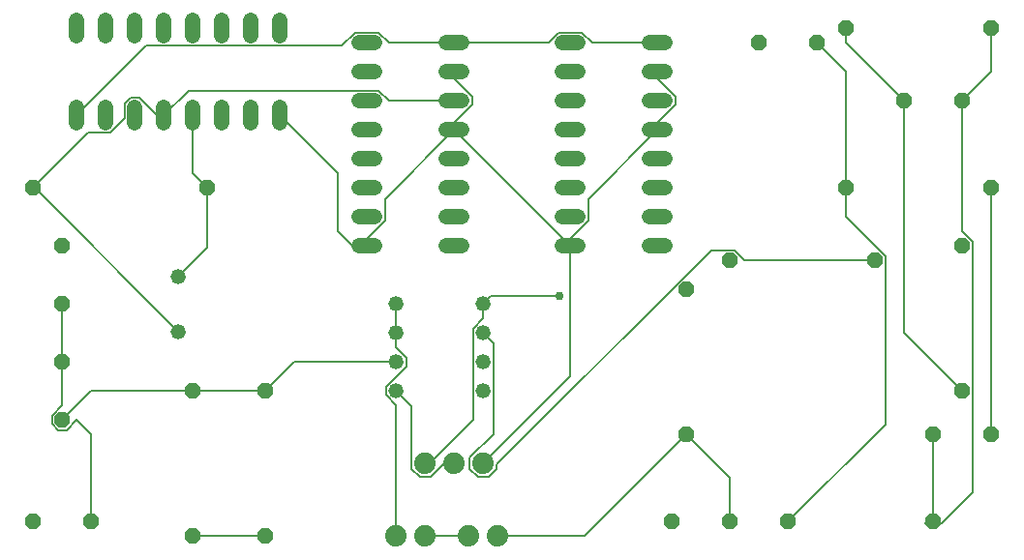
<source format=gbr>
G04 EAGLE Gerber RS-274X export*
G75*
%MOMM*%
%FSLAX34Y34*%
%LPD*%
%INBottom Copper*%
%IPPOS*%
%AMOC8*
5,1,8,0,0,1.08239X$1,22.5*%
G01*
%ADD10P,1.429621X8X22.500000*%
%ADD11P,1.429621X8X202.500000*%
%ADD12C,1.320800*%
%ADD13C,1.320800*%
%ADD14C,1.879600*%
%ADD15P,1.429621X8X112.500000*%
%ADD16P,1.539592X8X202.500000*%
%ADD17P,1.429621X8X292.500000*%
%ADD18C,0.152400*%
%ADD19C,0.756400*%


D10*
X660400Y762000D03*
X711200Y762000D03*
D11*
X863600Y419100D03*
X812800Y419100D03*
X812800Y342900D03*
X685800Y342900D03*
D10*
X736600Y635000D03*
X863600Y635000D03*
D12*
X152400Y557530D03*
X152400Y509270D03*
D13*
X310896Y762000D02*
X324104Y762000D01*
X324104Y736600D02*
X310896Y736600D01*
X310896Y609600D02*
X324104Y609600D01*
X324104Y584200D02*
X310896Y584200D01*
X310896Y711200D02*
X324104Y711200D01*
X324104Y685800D02*
X310896Y685800D01*
X310896Y635000D02*
X324104Y635000D01*
X324104Y660400D02*
X310896Y660400D01*
X387096Y584200D02*
X400304Y584200D01*
X400304Y609600D02*
X387096Y609600D01*
X387096Y635000D02*
X400304Y635000D01*
X400304Y660400D02*
X387096Y660400D01*
X387096Y685800D02*
X400304Y685800D01*
X400304Y711200D02*
X387096Y711200D01*
X387096Y736600D02*
X400304Y736600D01*
X400304Y762000D02*
X387096Y762000D01*
D12*
X342900Y533400D03*
X342900Y508000D03*
X419100Y508000D03*
X419100Y533400D03*
X342900Y482600D03*
X342900Y457200D03*
X419100Y482600D03*
X419100Y457200D03*
D13*
X63500Y691896D02*
X63500Y705104D01*
X88900Y705104D02*
X88900Y691896D01*
X215900Y691896D02*
X215900Y705104D01*
X241300Y705104D02*
X241300Y691896D01*
X114300Y691896D02*
X114300Y705104D01*
X139700Y705104D02*
X139700Y691896D01*
X190500Y691896D02*
X190500Y705104D01*
X165100Y705104D02*
X165100Y691896D01*
X241300Y768096D02*
X241300Y781304D01*
X215900Y781304D02*
X215900Y768096D01*
X190500Y768096D02*
X190500Y781304D01*
X165100Y781304D02*
X165100Y768096D01*
X139700Y768096D02*
X139700Y781304D01*
X114300Y781304D02*
X114300Y768096D01*
X88900Y768096D02*
X88900Y781304D01*
X63500Y781304D02*
X63500Y768096D01*
D14*
X342900Y330200D03*
X368300Y330200D03*
X406400Y330200D03*
X431800Y330200D03*
X368300Y393700D03*
X393700Y393700D03*
X419100Y393700D03*
D15*
X50800Y431800D03*
X50800Y482600D03*
X165100Y330200D03*
X165100Y457200D03*
X228600Y330200D03*
X228600Y457200D03*
D10*
X787400Y711200D03*
X838200Y711200D03*
X584200Y342900D03*
X635000Y342900D03*
D16*
X177800Y635000D03*
X25400Y635000D03*
D11*
X863600Y774700D03*
X736600Y774700D03*
D15*
X838200Y457200D03*
X838200Y584200D03*
X596900Y419100D03*
X596900Y546100D03*
D10*
X635000Y571500D03*
X762000Y571500D03*
D13*
X501904Y762000D02*
X488696Y762000D01*
X488696Y736600D02*
X501904Y736600D01*
X501904Y609600D02*
X488696Y609600D01*
X488696Y584200D02*
X501904Y584200D01*
X501904Y711200D02*
X488696Y711200D01*
X488696Y685800D02*
X501904Y685800D01*
X501904Y635000D02*
X488696Y635000D01*
X488696Y660400D02*
X501904Y660400D01*
X564896Y584200D02*
X578104Y584200D01*
X578104Y609600D02*
X564896Y609600D01*
X564896Y635000D02*
X578104Y635000D01*
X578104Y660400D02*
X564896Y660400D01*
X564896Y685800D02*
X578104Y685800D01*
X578104Y711200D02*
X564896Y711200D01*
X564896Y736600D02*
X578104Y736600D01*
X578104Y762000D02*
X564896Y762000D01*
D17*
X50800Y584200D03*
X50800Y533400D03*
D10*
X25400Y342900D03*
X76200Y342900D03*
D18*
X409194Y707518D02*
X409194Y714882D01*
X393700Y730376D02*
X393700Y736600D01*
X393700Y692024D02*
X393700Y685800D01*
X409194Y714882D02*
X393700Y730376D01*
X409194Y707518D02*
X393700Y692024D01*
X292100Y647700D02*
X241300Y698500D01*
X292100Y647700D02*
X292100Y596900D01*
X304800Y584200D01*
X317500Y584200D01*
X317500Y590424D01*
X332994Y625094D02*
X393700Y685800D01*
X332994Y605918D02*
X317500Y590424D01*
X332994Y605918D02*
X332994Y625094D01*
X393700Y685800D02*
X495300Y584200D01*
X586994Y707518D02*
X586994Y714882D01*
X571500Y730376D02*
X571500Y736600D01*
X571500Y692024D02*
X571500Y685800D01*
X586994Y714882D02*
X571500Y730376D01*
X586994Y707518D02*
X571500Y692024D01*
X495300Y590424D02*
X495300Y584200D01*
X510794Y625094D02*
X571500Y685800D01*
X510794Y605918D02*
X495300Y590424D01*
X510794Y605918D02*
X510794Y625094D01*
X495300Y584200D02*
X495300Y469900D01*
X419100Y393700D01*
X76200Y419100D02*
X76200Y342900D01*
X76200Y419100D02*
X63500Y431800D01*
X54482Y422910D02*
X47118Y422910D01*
X41910Y428118D01*
X41910Y435482D01*
X63372Y431800D02*
X63500Y431800D01*
X63372Y431800D02*
X54482Y422910D01*
X50800Y444372D02*
X50800Y482600D01*
X50800Y444372D02*
X41910Y435482D01*
X50800Y482600D02*
X50800Y533400D01*
X368300Y330200D02*
X406400Y330200D01*
X863600Y736600D02*
X863600Y774700D01*
X863600Y736600D02*
X838200Y711200D01*
X838200Y596772D01*
X847090Y587882D01*
X847090Y368554D01*
X819912Y341376D01*
X814324Y341376D01*
X812800Y342900D01*
X812800Y347980D02*
X812800Y419100D01*
X812800Y347980D02*
X806196Y341376D01*
X814324Y341376D01*
X327786Y770890D02*
X307214Y770890D01*
X336676Y762000D02*
X393700Y762000D01*
X336676Y762000D02*
X327786Y770890D01*
X124206Y759206D02*
X63500Y698500D01*
X124206Y759206D02*
X295530Y759206D01*
X307214Y770890D01*
X485014Y770890D02*
X505586Y770890D01*
X476124Y762000D02*
X393700Y762000D01*
X514476Y762000D02*
X571500Y762000D01*
X485014Y770890D02*
X476124Y762000D01*
X505586Y770890D02*
X514476Y762000D01*
X419100Y533400D02*
X419100Y520572D01*
X410210Y511682D01*
X410210Y432000D01*
X410210Y431546D01*
X410210Y432000D02*
X371910Y393700D01*
X368300Y393700D01*
X419100Y533400D02*
X425700Y540000D01*
X486000Y540000D01*
D19*
X486000Y540000D03*
D18*
X356616Y388860D02*
X363460Y382016D01*
X373140Y382016D01*
X356616Y443484D02*
X342900Y457200D01*
X356616Y443484D02*
X356616Y388860D01*
X373140Y382016D02*
X384824Y393700D01*
X393700Y393700D01*
X165100Y647700D02*
X165100Y698500D01*
X165100Y647700D02*
X177800Y635000D01*
X177800Y582930D01*
X152400Y557530D01*
X165100Y457200D02*
X228600Y457200D01*
X254000Y482600D01*
X342900Y482600D01*
X76200Y457200D02*
X50800Y431800D01*
X76200Y457200D02*
X165100Y457200D01*
X342900Y508000D02*
X342900Y533400D01*
X334010Y460882D02*
X334010Y453518D01*
X342900Y495172D02*
X342900Y508000D01*
X342900Y444628D02*
X342900Y330200D01*
X351790Y486282D02*
X342900Y495172D01*
X334010Y453518D02*
X342900Y444628D01*
X351790Y478662D02*
X351790Y486282D01*
X351790Y478662D02*
X334010Y460882D01*
X228600Y330200D02*
X165100Y330200D01*
X105410Y708786D02*
X110618Y713994D01*
X117982Y713994D01*
X73406Y683006D02*
X25400Y635000D01*
X133476Y698500D02*
X139700Y698500D01*
X92582Y683006D02*
X73406Y683006D01*
X117982Y713994D02*
X133476Y698500D01*
X105410Y695834D02*
X92582Y683006D01*
X105410Y695834D02*
X105410Y708786D01*
X336676Y711200D02*
X393700Y711200D01*
X336676Y711200D02*
X327786Y720090D01*
X161290Y720090D02*
X139700Y698500D01*
X161290Y720090D02*
X327786Y720090D01*
X26670Y635000D02*
X25400Y635000D01*
X26670Y635000D02*
X152400Y509270D01*
X596900Y419100D02*
X635000Y381000D01*
X635000Y342900D01*
X596900Y419100D02*
X508000Y330200D01*
X431800Y330200D01*
X736600Y762000D02*
X736600Y774700D01*
X736600Y762000D02*
X787400Y711200D01*
X787400Y508000D01*
X838200Y457200D01*
X407416Y398540D02*
X407416Y388860D01*
X414260Y382016D01*
X423940Y382016D01*
X430784Y388860D01*
X647572Y571500D02*
X762000Y571500D01*
X647572Y571500D02*
X638682Y580390D01*
X430784Y392556D02*
X430784Y388860D01*
X430784Y392556D02*
X618618Y580390D01*
X638682Y580390D01*
X427990Y499110D02*
X419100Y508000D01*
X427990Y499110D02*
X427990Y419114D01*
X407416Y398540D01*
X736600Y736600D02*
X711200Y762000D01*
X736600Y736600D02*
X736600Y635000D01*
X736600Y609472D01*
X770890Y575182D01*
X770890Y427990D01*
X685800Y342900D01*
X864000Y634600D02*
X863600Y635000D01*
X863600Y419100D01*
M02*

</source>
